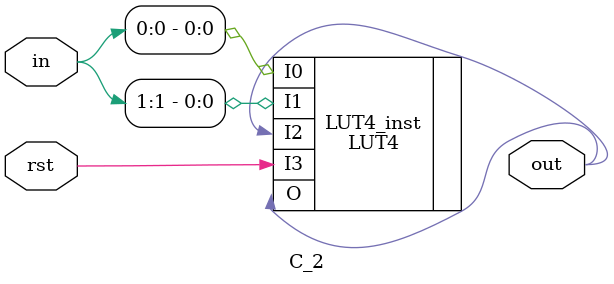
<source format=v>
`timescale 1ns / 1ps

module C_2
(
//---------CTRL-----------------------
	input							rst,
//---------IN-------------------------
	input	[1 : 0]					in,
//---------OUT------------------------
	output							out
//------------------------------------
);

/*
wire set;
wire reset;

assign set = (&in) && (|in);
assign reset = !(|in) && !(&in);

rs_lat primitive_latch
(
    .rst(rst),
    .r(reset),
    .s(set),
    .out(out)
);
*/

LUT4 #
(
    .INIT(16'h00E8)
)
LUT4_inst
(
    .O  (out),
    .I0 (in[0]),
    .I1 (in[1]),
    .I2 (out),
    .I3 (rst)
);



endmodule
</source>
